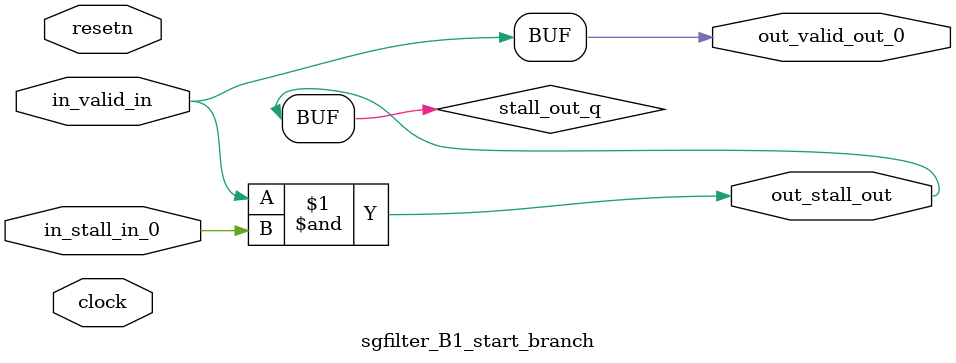
<source format=sv>



(* altera_attribute = "-name AUTO_SHIFT_REGISTER_RECOGNITION OFF; -name MESSAGE_DISABLE 10036; -name MESSAGE_DISABLE 10037; -name MESSAGE_DISABLE 14130; -name MESSAGE_DISABLE 14320; -name MESSAGE_DISABLE 15400; -name MESSAGE_DISABLE 14130; -name MESSAGE_DISABLE 10036; -name MESSAGE_DISABLE 12020; -name MESSAGE_DISABLE 12030; -name MESSAGE_DISABLE 12010; -name MESSAGE_DISABLE 12110; -name MESSAGE_DISABLE 14320; -name MESSAGE_DISABLE 13410; -name MESSAGE_DISABLE 113007; -name MESSAGE_DISABLE 10958" *)
module sgfilter_B1_start_branch (
    input wire [0:0] in_stall_in_0,
    input wire [0:0] in_valid_in,
    output wire [0:0] out_stall_out,
    output wire [0:0] out_valid_out_0,
    input wire clock,
    input wire resetn
    );

    wire [0:0] stall_out_q;


    // stall_out(LOGICAL,6)
    assign stall_out_q = in_valid_in & in_stall_in_0;

    // out_stall_out(GPOUT,4)
    assign out_stall_out = stall_out_q;

    // out_valid_out_0(GPOUT,5)
    assign out_valid_out_0 = in_valid_in;

endmodule

</source>
